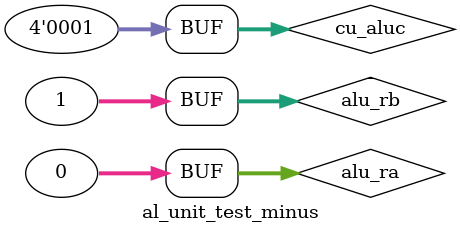
<source format=v>
`timescale 1ns / 1ps


module al_unit_test_minus;

	// Inputs
	reg [31:0] alu_ra;
	reg [31:0] alu_rb;
	reg [3:0] cu_aluc;

	// Outputs
	wire alu_zero;
	wire [31:0] alu_result;

	// Instantiate the Unit Under Test (UUT)
	al_unit uut (
		.alu_ra(alu_ra), 
		.alu_rb(alu_rb), 
		.cu_aluc(cu_aluc), 
		.alu_zero(alu_zero), 
		.alu_result(alu_result)
	);
 
	initial begin
		// Initialize Inputs
		alu_rb = 32'h00000001;
		alu_ra = 0;
		cu_aluc = 0;

		// Wait 100 ns for global reset to finish
		#100;
		cu_aluc = 4'b0001;
        
		// Add stimulus here

	end
      
endmodule


</source>
